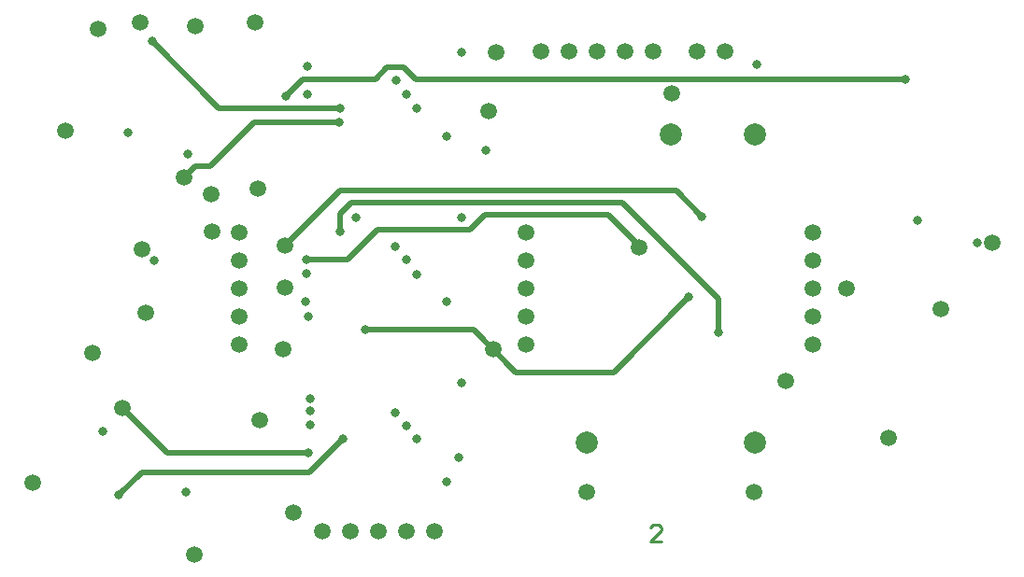
<source format=gbr>
%TF.GenerationSoftware,Altium Limited,Altium Designer,21.6.4 (81)*%
G04 Layer_Physical_Order=2*
G04 Layer_Color=36540*
%FSLAX43Y43*%
%MOMM*%
%TF.SameCoordinates,C39744A4-4465-455E-AB15-BAA165A4C254*%
%TF.FilePolarity,Positive*%
%TF.FileFunction,Copper,L2,Inr,Signal*%
%TF.Part,Single*%
G01*
G75*
%TA.AperFunction,Conductor*%
%ADD23C,0.500*%
%TA.AperFunction,NonConductor*%
%ADD26C,0.254*%
%TA.AperFunction,ComponentPad*%
%ADD27C,1.500*%
%ADD28C,2.000*%
%TA.AperFunction,ViaPad*%
%ADD29C,0.800*%
D23*
X18529Y36644D02*
X19843D01*
X17457Y35595D02*
X17480D01*
X18529Y36644D01*
X19843D02*
X23794Y40595D01*
X43710Y21785D02*
X47563Y17932D01*
X33934Y21785D02*
X43710D01*
X47563Y17932D02*
X56388D01*
X26562Y29439D02*
X26653D01*
X31580Y34366D01*
X62096D01*
X15951Y10592D02*
X28778D01*
X11684Y14859D02*
X15951Y10592D01*
X65938Y21514D02*
Y24587D01*
X32664Y33299D02*
X57226D01*
X65938Y24587D01*
X23794Y40595D02*
X31547D01*
X44755Y32207D02*
X55950D01*
X43383Y30836D02*
X44755Y32207D01*
X55950D02*
X58741Y29417D01*
X31648Y32283D02*
X32664Y33299D01*
X35001Y30836D02*
X43383D01*
X32301Y28135D02*
X35001Y30836D01*
X28550Y28135D02*
X32301D01*
X38456Y44450D02*
X82880D01*
X37338Y45568D02*
X38456Y44450D01*
X28829Y8865D02*
X31852Y11887D01*
X13640Y8865D02*
X28829D01*
X11582Y6807D02*
X13640Y8865D01*
X35890Y45568D02*
X37338D01*
X34798Y44475D02*
X35890Y45568D01*
X28245Y44475D02*
X34798D01*
X62096Y34366D02*
X64390Y32073D01*
X31648Y30675D02*
Y32283D01*
X56388Y17932D02*
X63195Y24740D01*
X26746Y42951D02*
Y42977D01*
X28245Y44475D01*
X20638Y41885D02*
X31648D01*
X14567Y47955D02*
X20638Y41885D01*
D26*
X60724Y2525D02*
X59708D01*
X60724Y3541D01*
Y3795D01*
X60470Y4049D01*
X59962D01*
X59708Y3795D01*
D27*
X13665Y29108D02*
D03*
X17457Y35595D02*
D03*
X20045Y30714D02*
D03*
X86065Y23618D02*
D03*
X77470Y25552D02*
D03*
X9149Y19666D02*
D03*
X13986Y23343D02*
D03*
X54010Y7090D02*
D03*
X61657Y43231D02*
D03*
X13503Y49608D02*
D03*
X6756Y39822D02*
D03*
X9703Y49078D02*
D03*
X18466Y49327D02*
D03*
X24130Y34544D02*
D03*
X19916Y34064D02*
D03*
X90678Y29632D02*
D03*
X71984Y17094D02*
D03*
X22500Y25500D02*
D03*
Y30580D02*
D03*
Y28040D02*
D03*
Y22960D02*
D03*
Y20420D02*
D03*
X58741Y29253D02*
D03*
X26604Y25595D02*
D03*
X26441Y19990D02*
D03*
X45466D02*
D03*
X26619Y29405D02*
D03*
X23890Y49682D02*
D03*
X69164Y7071D02*
D03*
X3759Y7926D02*
D03*
X24302Y13558D02*
D03*
X18440Y1346D02*
D03*
X11862Y14667D02*
D03*
X27349Y5162D02*
D03*
X81331Y11968D02*
D03*
X45085Y41592D02*
D03*
X45796Y46952D02*
D03*
X60000Y47000D02*
D03*
X57460D02*
D03*
X54920D02*
D03*
X52380D02*
D03*
X49840D02*
D03*
X66540D02*
D03*
X64000D02*
D03*
X40160Y3500D02*
D03*
X37620D02*
D03*
X35080D02*
D03*
X32540D02*
D03*
X30000D02*
D03*
X74500Y30580D02*
D03*
Y28040D02*
D03*
Y25500D02*
D03*
Y22960D02*
D03*
Y20420D02*
D03*
X48500Y20420D02*
D03*
Y22960D02*
D03*
Y25500D02*
D03*
Y28040D02*
D03*
Y30580D02*
D03*
D28*
X69210Y11500D02*
D03*
X54010D02*
D03*
X69210Y39500D02*
D03*
X61610D02*
D03*
D29*
X89362Y29657D02*
D03*
X17780Y37744D02*
D03*
X17678Y7036D02*
D03*
X69367Y45859D02*
D03*
X82880Y44450D02*
D03*
X28869Y13132D02*
D03*
Y14402D02*
D03*
X31852Y11887D02*
D03*
X83915Y31666D02*
D03*
X41237Y7955D02*
D03*
X41250Y39345D02*
D03*
X41257Y24359D02*
D03*
X42360Y10146D02*
D03*
X10109Y12548D02*
D03*
X28550Y26848D02*
D03*
X28778Y10592D02*
D03*
X11582Y6807D02*
D03*
X28550Y28135D02*
D03*
X33020Y31945D02*
D03*
X65938Y21514D02*
D03*
X31648Y30675D02*
D03*
X63195Y24740D02*
D03*
X26746Y42951D02*
D03*
X12423Y39688D02*
D03*
X14567Y47955D02*
D03*
X31648Y41885D02*
D03*
X31547Y40595D02*
D03*
X44856Y38049D02*
D03*
X64390Y32073D02*
D03*
X28869Y15563D02*
D03*
X28653Y45640D02*
D03*
X33934Y21785D02*
D03*
X28442Y24325D02*
D03*
X28697Y23012D02*
D03*
X36673Y44378D02*
D03*
X36646Y29337D02*
D03*
X36627Y14275D02*
D03*
X37620Y43135D02*
D03*
Y28169D02*
D03*
Y13106D02*
D03*
X38583Y41885D02*
D03*
X38594Y26822D02*
D03*
X38583Y11887D02*
D03*
X28626Y43091D02*
D03*
X14783Y28042D02*
D03*
X42636Y16945D02*
D03*
X42621Y31905D02*
D03*
X42621Y46903D02*
D03*
%TF.MD5,794a82831453e5b8711232c3ac8449de*%
M02*

</source>
